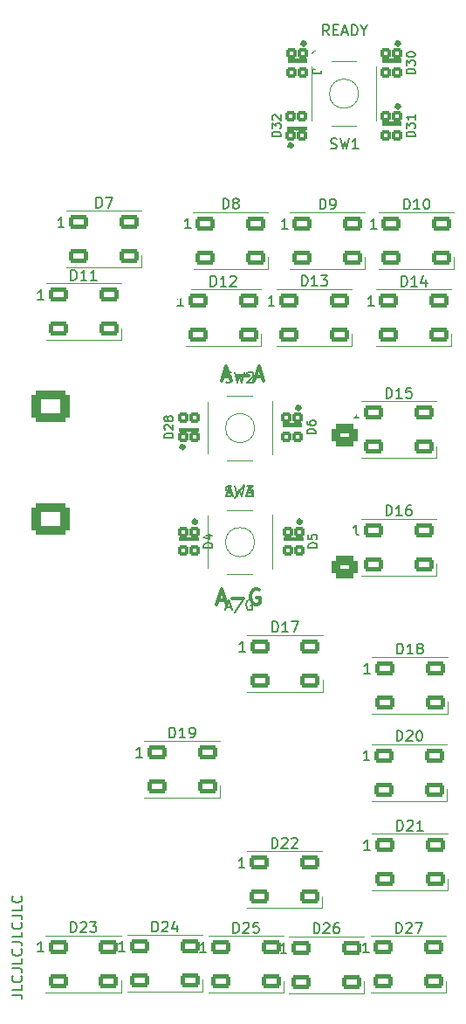
<source format=gbr>
%TF.GenerationSoftware,KiCad,Pcbnew,(6.0.9)*%
%TF.CreationDate,2023-04-01T14:47:23-08:00*%
%TF.ProjectId,MASTER ARM PANEL,4d415354-4552-4204-9152-4d2050414e45,3*%
%TF.SameCoordinates,Original*%
%TF.FileFunction,Legend,Top*%
%TF.FilePolarity,Positive*%
%FSLAX46Y46*%
G04 Gerber Fmt 4.6, Leading zero omitted, Abs format (unit mm)*
G04 Created by KiCad (PCBNEW (6.0.9)) date 2023-04-01 14:47:23*
%MOMM*%
%LPD*%
G01*
G04 APERTURE LIST*
G04 Aperture macros list*
%AMRoundRect*
0 Rectangle with rounded corners*
0 $1 Rounding radius*
0 $2 $3 $4 $5 $6 $7 $8 $9 X,Y pos of 4 corners*
0 Add a 4 corners polygon primitive as box body*
4,1,4,$2,$3,$4,$5,$6,$7,$8,$9,$2,$3,0*
0 Add four circle primitives for the rounded corners*
1,1,$1+$1,$2,$3*
1,1,$1+$1,$4,$5*
1,1,$1+$1,$6,$7*
1,1,$1+$1,$8,$9*
0 Add four rect primitives between the rounded corners*
20,1,$1+$1,$2,$3,$4,$5,0*
20,1,$1+$1,$4,$5,$6,$7,0*
20,1,$1+$1,$6,$7,$8,$9,0*
20,1,$1+$1,$8,$9,$2,$3,0*%
G04 Aperture macros list end*
%ADD10C,0.300000*%
%ADD11C,0.150000*%
%ADD12C,0.120000*%
%ADD13C,0.500000*%
%ADD14C,0.100000*%
%ADD15C,2.100000*%
%ADD16RoundRect,0.200000X-0.750000X-0.450000X0.750000X-0.450000X0.750000X0.450000X-0.750000X0.450000X0*%
%ADD17RoundRect,0.200000X0.350000X-0.350000X0.350000X0.350000X-0.350000X0.350000X-0.350000X-0.350000X0*%
%ADD18RoundRect,0.200000X-0.350000X0.350000X-0.350000X-0.350000X0.350000X-0.350000X0.350000X0.350000X0*%
%ADD19C,4.700000*%
%ADD20RoundRect,0.450001X-1.399999X1.099999X-1.399999X-1.099999X1.399999X-1.099999X1.399999X1.099999X0*%
%ADD21O,3.700000X3.100000*%
%ADD22RoundRect,0.450000X0.845000X-0.620000X0.845000X0.620000X-0.845000X0.620000X-0.845000X-0.620000X0*%
%ADD23O,2.590000X2.140000*%
G04 APERTURE END LIST*
D10*
X74312685Y-6222100D02*
X75026971Y-6222100D01*
X74169828Y-6650671D02*
X74669828Y-5150671D01*
X75169828Y-6650671D01*
X75669828Y-6079242D02*
X76812685Y-6079242D01*
X78312685Y-5222100D02*
X78169828Y-5150671D01*
X77955542Y-5150671D01*
X77741257Y-5222100D01*
X77598400Y-5364957D01*
X77526971Y-5507814D01*
X77455542Y-5793528D01*
X77455542Y-6007814D01*
X77526971Y-6293528D01*
X77598400Y-6436385D01*
X77741257Y-6579242D01*
X77955542Y-6650671D01*
X78098400Y-6650671D01*
X78312685Y-6579242D01*
X78384114Y-6507814D01*
X78384114Y-6007814D01*
X78098400Y-6007814D01*
X74772628Y15396000D02*
X75486914Y15396000D01*
X74629771Y14967429D02*
X75129771Y16467429D01*
X75629771Y14967429D01*
X76129771Y15538858D02*
X77272628Y15538858D01*
X77915485Y15396000D02*
X78629771Y15396000D01*
X77772628Y14967429D02*
X78272628Y16467429D01*
X78772628Y14967429D01*
D11*
X54316380Y-44497047D02*
X55030666Y-44497047D01*
X55173523Y-44544666D01*
X55268761Y-44639904D01*
X55316380Y-44782761D01*
X55316380Y-44878000D01*
X55316380Y-43544666D02*
X55316380Y-44020857D01*
X54316380Y-44020857D01*
X55221142Y-42639904D02*
X55268761Y-42687523D01*
X55316380Y-42830380D01*
X55316380Y-42925619D01*
X55268761Y-43068476D01*
X55173523Y-43163714D01*
X55078285Y-43211333D01*
X54887809Y-43258952D01*
X54744952Y-43258952D01*
X54554476Y-43211333D01*
X54459238Y-43163714D01*
X54364000Y-43068476D01*
X54316380Y-42925619D01*
X54316380Y-42830380D01*
X54364000Y-42687523D01*
X54411619Y-42639904D01*
X54316380Y-41925619D02*
X55030666Y-41925619D01*
X55173523Y-41973238D01*
X55268761Y-42068476D01*
X55316380Y-42211333D01*
X55316380Y-42306571D01*
X55316380Y-40973238D02*
X55316380Y-41449428D01*
X54316380Y-41449428D01*
X55221142Y-40068476D02*
X55268761Y-40116095D01*
X55316380Y-40258952D01*
X55316380Y-40354190D01*
X55268761Y-40497047D01*
X55173523Y-40592285D01*
X55078285Y-40639904D01*
X54887809Y-40687523D01*
X54744952Y-40687523D01*
X54554476Y-40639904D01*
X54459238Y-40592285D01*
X54364000Y-40497047D01*
X54316380Y-40354190D01*
X54316380Y-40258952D01*
X54364000Y-40116095D01*
X54411619Y-40068476D01*
X54316380Y-39354190D02*
X55030666Y-39354190D01*
X55173523Y-39401809D01*
X55268761Y-39497047D01*
X55316380Y-39639904D01*
X55316380Y-39735142D01*
X55316380Y-38401809D02*
X55316380Y-38878000D01*
X54316380Y-38878000D01*
X55221142Y-37497047D02*
X55268761Y-37544666D01*
X55316380Y-37687523D01*
X55316380Y-37782761D01*
X55268761Y-37925619D01*
X55173523Y-38020857D01*
X55078285Y-38068476D01*
X54887809Y-38116095D01*
X54744952Y-38116095D01*
X54554476Y-38068476D01*
X54459238Y-38020857D01*
X54364000Y-37925619D01*
X54316380Y-37782761D01*
X54316380Y-37687523D01*
X54364000Y-37544666D01*
X54411619Y-37497047D01*
X54316380Y-36782761D02*
X55030666Y-36782761D01*
X55173523Y-36830380D01*
X55268761Y-36925619D01*
X55316380Y-37068476D01*
X55316380Y-37163714D01*
X55316380Y-35830380D02*
X55316380Y-36306571D01*
X54316380Y-36306571D01*
X55221142Y-34925619D02*
X55268761Y-34973238D01*
X55316380Y-35116095D01*
X55316380Y-35211333D01*
X55268761Y-35354190D01*
X55173523Y-35449428D01*
X55078285Y-35497047D01*
X54887809Y-35544666D01*
X54744952Y-35544666D01*
X54554476Y-35497047D01*
X54459238Y-35449428D01*
X54364000Y-35354190D01*
X54316380Y-35211333D01*
X54316380Y-35116095D01*
X54364000Y-34973238D01*
X54411619Y-34925619D01*
%TO.C,SW2*%
X75069866Y14911439D02*
X75212723Y14863820D01*
X75450819Y14863820D01*
X75546057Y14911439D01*
X75593676Y14959058D01*
X75641295Y15054296D01*
X75641295Y15149534D01*
X75593676Y15244772D01*
X75546057Y15292391D01*
X75450819Y15340010D01*
X75260342Y15387629D01*
X75165104Y15435248D01*
X75117485Y15482867D01*
X75069866Y15578105D01*
X75069866Y15673343D01*
X75117485Y15768581D01*
X75165104Y15816200D01*
X75260342Y15863820D01*
X75498438Y15863820D01*
X75641295Y15816200D01*
X75974628Y15863820D02*
X76212723Y14863820D01*
X76403200Y15578105D01*
X76593676Y14863820D01*
X76831771Y15863820D01*
X77165104Y15768581D02*
X77212723Y15816200D01*
X77307961Y15863820D01*
X77546057Y15863820D01*
X77641295Y15816200D01*
X77688914Y15768581D01*
X77736533Y15673343D01*
X77736533Y15578105D01*
X77688914Y15435248D01*
X77117485Y14863820D01*
X77736533Y14863820D01*
X75210923Y4135734D02*
X75687114Y4135734D01*
X75115685Y3850020D02*
X75449019Y4850020D01*
X75782352Y3850020D01*
X76829971Y4897639D02*
X75972828Y3611924D01*
X77115685Y4135734D02*
X77591876Y4135734D01*
X77020447Y3850020D02*
X77353780Y4850020D01*
X77687114Y3850020D01*
%TO.C,SW3*%
X75069866Y3862439D02*
X75212723Y3814820D01*
X75450819Y3814820D01*
X75546057Y3862439D01*
X75593676Y3910058D01*
X75641295Y4005296D01*
X75641295Y4100534D01*
X75593676Y4195772D01*
X75546057Y4243391D01*
X75450819Y4291010D01*
X75260342Y4338629D01*
X75165104Y4386248D01*
X75117485Y4433867D01*
X75069866Y4529105D01*
X75069866Y4624343D01*
X75117485Y4719581D01*
X75165104Y4767200D01*
X75260342Y4814820D01*
X75498438Y4814820D01*
X75641295Y4767200D01*
X75974628Y4814820D02*
X76212723Y3814820D01*
X76403200Y4529105D01*
X76593676Y3814820D01*
X76831771Y4814820D01*
X77117485Y4814820D02*
X77736533Y4814820D01*
X77403200Y4433867D01*
X77546057Y4433867D01*
X77641295Y4386248D01*
X77688914Y4338629D01*
X77736533Y4243391D01*
X77736533Y4005296D01*
X77688914Y3910058D01*
X77641295Y3862439D01*
X77546057Y3814820D01*
X77260342Y3814820D01*
X77165104Y3862439D01*
X77117485Y3910058D01*
X75139495Y-6913266D02*
X75615685Y-6913266D01*
X75044257Y-7198980D02*
X75377590Y-6198980D01*
X75710923Y-7198980D01*
X76758542Y-6151361D02*
X75901400Y-7437076D01*
X77615685Y-6246600D02*
X77520447Y-6198980D01*
X77377590Y-6198980D01*
X77234733Y-6246600D01*
X77139495Y-6341838D01*
X77091876Y-6437076D01*
X77044257Y-6627552D01*
X77044257Y-6770409D01*
X77091876Y-6960885D01*
X77139495Y-7056123D01*
X77234733Y-7151361D01*
X77377590Y-7198980D01*
X77472828Y-7198980D01*
X77615685Y-7151361D01*
X77663304Y-7103742D01*
X77663304Y-6770409D01*
X77472828Y-6770409D01*
%TO.C,SW1*%
X85255266Y37542839D02*
X85398123Y37495220D01*
X85636219Y37495220D01*
X85731457Y37542839D01*
X85779076Y37590458D01*
X85826695Y37685696D01*
X85826695Y37780934D01*
X85779076Y37876172D01*
X85731457Y37923791D01*
X85636219Y37971410D01*
X85445742Y38019029D01*
X85350504Y38066648D01*
X85302885Y38114267D01*
X85255266Y38209505D01*
X85255266Y38304743D01*
X85302885Y38399981D01*
X85350504Y38447600D01*
X85445742Y38495220D01*
X85683838Y38495220D01*
X85826695Y38447600D01*
X86160028Y38495220D02*
X86398123Y37495220D01*
X86588600Y38209505D01*
X86779076Y37495220D01*
X87017171Y38495220D01*
X87921933Y37495220D02*
X87350504Y37495220D01*
X87636219Y37495220D02*
X87636219Y38495220D01*
X87540980Y38352362D01*
X87445742Y38257124D01*
X87350504Y38209505D01*
X85090400Y48509020D02*
X84757066Y48985210D01*
X84518971Y48509020D02*
X84518971Y49509020D01*
X84899923Y49509020D01*
X84995161Y49461400D01*
X85042780Y49413781D01*
X85090400Y49318543D01*
X85090400Y49175686D01*
X85042780Y49080448D01*
X84995161Y49032829D01*
X84899923Y48985210D01*
X84518971Y48985210D01*
X85518971Y49032829D02*
X85852304Y49032829D01*
X85995161Y48509020D02*
X85518971Y48509020D01*
X85518971Y49509020D01*
X85995161Y49509020D01*
X86376114Y48794734D02*
X86852304Y48794734D01*
X86280876Y48509020D02*
X86614209Y49509020D01*
X86947542Y48509020D01*
X87280876Y48509020D02*
X87280876Y49509020D01*
X87518971Y49509020D01*
X87661828Y49461400D01*
X87757066Y49366162D01*
X87804685Y49270924D01*
X87852304Y49080448D01*
X87852304Y48937591D01*
X87804685Y48747115D01*
X87757066Y48651877D01*
X87661828Y48556639D01*
X87518971Y48509020D01*
X87280876Y48509020D01*
X88471352Y48985210D02*
X88471352Y48509020D01*
X88138019Y49509020D02*
X88471352Y48985210D01*
X88804685Y49509020D01*
%TO.C,D7*%
X62507424Y31800400D02*
X62507424Y32800400D01*
X62745520Y32800400D01*
X62888377Y32752780D01*
X62983615Y32657542D01*
X63031234Y32562304D01*
X63078853Y32371828D01*
X63078853Y32228971D01*
X63031234Y32038495D01*
X62983615Y31943257D01*
X62888377Y31848019D01*
X62745520Y31800400D01*
X62507424Y31800400D01*
X63412186Y32800400D02*
X64078853Y32800400D01*
X63650281Y31800400D01*
X59381234Y29900400D02*
X58809805Y29900400D01*
X59095520Y29900400D02*
X59095520Y30900400D01*
X59000281Y30757542D01*
X58905043Y30662304D01*
X58809805Y30614685D01*
%TO.C,D8*%
X74801424Y31673600D02*
X74801424Y32673600D01*
X75039520Y32673600D01*
X75182377Y32625980D01*
X75277615Y32530742D01*
X75325234Y32435504D01*
X75372853Y32245028D01*
X75372853Y32102171D01*
X75325234Y31911695D01*
X75277615Y31816457D01*
X75182377Y31721219D01*
X75039520Y31673600D01*
X74801424Y31673600D01*
X75944281Y32245028D02*
X75849043Y32292647D01*
X75801424Y32340266D01*
X75753805Y32435504D01*
X75753805Y32483123D01*
X75801424Y32578361D01*
X75849043Y32625980D01*
X75944281Y32673600D01*
X76134758Y32673600D01*
X76229996Y32625980D01*
X76277615Y32578361D01*
X76325234Y32483123D01*
X76325234Y32435504D01*
X76277615Y32340266D01*
X76229996Y32292647D01*
X76134758Y32245028D01*
X75944281Y32245028D01*
X75849043Y32197409D01*
X75801424Y32149790D01*
X75753805Y32054552D01*
X75753805Y31864076D01*
X75801424Y31768838D01*
X75849043Y31721219D01*
X75944281Y31673600D01*
X76134758Y31673600D01*
X76229996Y31721219D01*
X76277615Y31768838D01*
X76325234Y31864076D01*
X76325234Y32054552D01*
X76277615Y32149790D01*
X76229996Y32197409D01*
X76134758Y32245028D01*
X71675234Y29773600D02*
X71103805Y29773600D01*
X71389520Y29773600D02*
X71389520Y30773600D01*
X71294281Y30630742D01*
X71199043Y30535504D01*
X71103805Y30487885D01*
%TO.C,D9*%
X84199424Y31648000D02*
X84199424Y32648000D01*
X84437520Y32648000D01*
X84580377Y32600380D01*
X84675615Y32505142D01*
X84723234Y32409904D01*
X84770853Y32219428D01*
X84770853Y32076571D01*
X84723234Y31886095D01*
X84675615Y31790857D01*
X84580377Y31695619D01*
X84437520Y31648000D01*
X84199424Y31648000D01*
X85247043Y31648000D02*
X85437520Y31648000D01*
X85532758Y31695619D01*
X85580377Y31743238D01*
X85675615Y31886095D01*
X85723234Y32076571D01*
X85723234Y32457523D01*
X85675615Y32552761D01*
X85627996Y32600380D01*
X85532758Y32648000D01*
X85342281Y32648000D01*
X85247043Y32600380D01*
X85199424Y32552761D01*
X85151805Y32457523D01*
X85151805Y32219428D01*
X85199424Y32124190D01*
X85247043Y32076571D01*
X85342281Y32028952D01*
X85532758Y32028952D01*
X85627996Y32076571D01*
X85675615Y32124190D01*
X85723234Y32219428D01*
X81073234Y29748000D02*
X80501805Y29748000D01*
X80787520Y29748000D02*
X80787520Y30748000D01*
X80692281Y30605142D01*
X80597043Y30509904D01*
X80501805Y30462285D01*
%TO.C,D10*%
X92359234Y31648000D02*
X92359234Y32648000D01*
X92597329Y32648000D01*
X92740186Y32600380D01*
X92835424Y32505142D01*
X92883043Y32409904D01*
X92930662Y32219428D01*
X92930662Y32076571D01*
X92883043Y31886095D01*
X92835424Y31790857D01*
X92740186Y31695619D01*
X92597329Y31648000D01*
X92359234Y31648000D01*
X93883043Y31648000D02*
X93311615Y31648000D01*
X93597329Y31648000D02*
X93597329Y32648000D01*
X93502091Y32505142D01*
X93406853Y32409904D01*
X93311615Y32362285D01*
X94502091Y32648000D02*
X94597329Y32648000D01*
X94692567Y32600380D01*
X94740186Y32552761D01*
X94787805Y32457523D01*
X94835424Y32267047D01*
X94835424Y32028952D01*
X94787805Y31838476D01*
X94740186Y31743238D01*
X94692567Y31695619D01*
X94597329Y31648000D01*
X94502091Y31648000D01*
X94406853Y31695619D01*
X94359234Y31743238D01*
X94311615Y31838476D01*
X94263996Y32028952D01*
X94263996Y32267047D01*
X94311615Y32457523D01*
X94359234Y32552761D01*
X94406853Y32600380D01*
X94502091Y32648000D01*
X89709234Y29748000D02*
X89137805Y29748000D01*
X89423520Y29748000D02*
X89423520Y30748000D01*
X89328281Y30605142D01*
X89233043Y30509904D01*
X89137805Y30462285D01*
%TO.C,D11*%
X60062234Y24764800D02*
X60062234Y25764800D01*
X60300329Y25764800D01*
X60443186Y25717180D01*
X60538424Y25621942D01*
X60586043Y25526704D01*
X60633662Y25336228D01*
X60633662Y25193371D01*
X60586043Y25002895D01*
X60538424Y24907657D01*
X60443186Y24812419D01*
X60300329Y24764800D01*
X60062234Y24764800D01*
X61586043Y24764800D02*
X61014615Y24764800D01*
X61300329Y24764800D02*
X61300329Y25764800D01*
X61205091Y25621942D01*
X61109853Y25526704D01*
X61014615Y25479085D01*
X62538424Y24764800D02*
X61966996Y24764800D01*
X62252710Y24764800D02*
X62252710Y25764800D01*
X62157472Y25621942D01*
X62062234Y25526704D01*
X61966996Y25479085D01*
X57412234Y22864800D02*
X56840805Y22864800D01*
X57126520Y22864800D02*
X57126520Y23864800D01*
X57031281Y23721942D01*
X56936043Y23626704D01*
X56840805Y23579085D01*
%TO.C,D12*%
X73602234Y24180400D02*
X73602234Y25180400D01*
X73840329Y25180400D01*
X73983186Y25132780D01*
X74078424Y25037542D01*
X74126043Y24942304D01*
X74173662Y24751828D01*
X74173662Y24608971D01*
X74126043Y24418495D01*
X74078424Y24323257D01*
X73983186Y24228019D01*
X73840329Y24180400D01*
X73602234Y24180400D01*
X75126043Y24180400D02*
X74554615Y24180400D01*
X74840329Y24180400D02*
X74840329Y25180400D01*
X74745091Y25037542D01*
X74649853Y24942304D01*
X74554615Y24894685D01*
X75506996Y25085161D02*
X75554615Y25132780D01*
X75649853Y25180400D01*
X75887948Y25180400D01*
X75983186Y25132780D01*
X76030805Y25085161D01*
X76078424Y24989923D01*
X76078424Y24894685D01*
X76030805Y24751828D01*
X75459377Y24180400D01*
X76078424Y24180400D01*
X70952234Y22280400D02*
X70380805Y22280400D01*
X70666520Y22280400D02*
X70666520Y23280400D01*
X70571281Y23137542D01*
X70476043Y23042304D01*
X70380805Y22994685D01*
%TO.C,D13*%
X82441234Y24206000D02*
X82441234Y25206000D01*
X82679329Y25206000D01*
X82822186Y25158380D01*
X82917424Y25063142D01*
X82965043Y24967904D01*
X83012662Y24777428D01*
X83012662Y24634571D01*
X82965043Y24444095D01*
X82917424Y24348857D01*
X82822186Y24253619D01*
X82679329Y24206000D01*
X82441234Y24206000D01*
X83965043Y24206000D02*
X83393615Y24206000D01*
X83679329Y24206000D02*
X83679329Y25206000D01*
X83584091Y25063142D01*
X83488853Y24967904D01*
X83393615Y24920285D01*
X84298377Y25206000D02*
X84917424Y25206000D01*
X84584091Y24825047D01*
X84726948Y24825047D01*
X84822186Y24777428D01*
X84869805Y24729809D01*
X84917424Y24634571D01*
X84917424Y24396476D01*
X84869805Y24301238D01*
X84822186Y24253619D01*
X84726948Y24206000D01*
X84441234Y24206000D01*
X84345996Y24253619D01*
X84298377Y24301238D01*
X79791234Y22306000D02*
X79219805Y22306000D01*
X79505520Y22306000D02*
X79505520Y23306000D01*
X79410281Y23163142D01*
X79315043Y23067904D01*
X79219805Y23020285D01*
%TO.C,D14*%
X92105234Y24180400D02*
X92105234Y25180400D01*
X92343329Y25180400D01*
X92486186Y25132780D01*
X92581424Y25037542D01*
X92629043Y24942304D01*
X92676662Y24751828D01*
X92676662Y24608971D01*
X92629043Y24418495D01*
X92581424Y24323257D01*
X92486186Y24228019D01*
X92343329Y24180400D01*
X92105234Y24180400D01*
X93629043Y24180400D02*
X93057615Y24180400D01*
X93343329Y24180400D02*
X93343329Y25180400D01*
X93248091Y25037542D01*
X93152853Y24942304D01*
X93057615Y24894685D01*
X94486186Y24847066D02*
X94486186Y24180400D01*
X94248091Y25228019D02*
X94009996Y24513733D01*
X94629043Y24513733D01*
X89455234Y22280400D02*
X88883805Y22280400D01*
X89169520Y22280400D02*
X89169520Y23280400D01*
X89074281Y23137542D01*
X88979043Y23042304D01*
X88883805Y22994685D01*
%TO.C,D15*%
X90643234Y13334800D02*
X90643234Y14334800D01*
X90881329Y14334800D01*
X91024186Y14287180D01*
X91119424Y14191942D01*
X91167043Y14096704D01*
X91214662Y13906228D01*
X91214662Y13763371D01*
X91167043Y13572895D01*
X91119424Y13477657D01*
X91024186Y13382419D01*
X90881329Y13334800D01*
X90643234Y13334800D01*
X92167043Y13334800D02*
X91595615Y13334800D01*
X91881329Y13334800D02*
X91881329Y14334800D01*
X91786091Y14191942D01*
X91690853Y14096704D01*
X91595615Y14049085D01*
X93071805Y14334800D02*
X92595615Y14334800D01*
X92547996Y13858609D01*
X92595615Y13906228D01*
X92690853Y13953847D01*
X92928948Y13953847D01*
X93024186Y13906228D01*
X93071805Y13858609D01*
X93119424Y13763371D01*
X93119424Y13525276D01*
X93071805Y13430038D01*
X93024186Y13382419D01*
X92928948Y13334800D01*
X92690853Y13334800D01*
X92595615Y13382419D01*
X92547996Y13430038D01*
X87993234Y11434800D02*
X87421805Y11434800D01*
X87707520Y11434800D02*
X87707520Y12434800D01*
X87612281Y12291942D01*
X87517043Y12196704D01*
X87421805Y12149085D01*
%TO.C,D16*%
X90643234Y1956100D02*
X90643234Y2956100D01*
X90881329Y2956100D01*
X91024186Y2908480D01*
X91119424Y2813242D01*
X91167043Y2718004D01*
X91214662Y2527528D01*
X91214662Y2384671D01*
X91167043Y2194195D01*
X91119424Y2098957D01*
X91024186Y2003719D01*
X90881329Y1956100D01*
X90643234Y1956100D01*
X92167043Y1956100D02*
X91595615Y1956100D01*
X91881329Y1956100D02*
X91881329Y2956100D01*
X91786091Y2813242D01*
X91690853Y2718004D01*
X91595615Y2670385D01*
X93024186Y2956100D02*
X92833710Y2956100D01*
X92738472Y2908480D01*
X92690853Y2860861D01*
X92595615Y2718004D01*
X92547996Y2527528D01*
X92547996Y2146576D01*
X92595615Y2051338D01*
X92643234Y2003719D01*
X92738472Y1956100D01*
X92928948Y1956100D01*
X93024186Y2003719D01*
X93071805Y2051338D01*
X93119424Y2146576D01*
X93119424Y2384671D01*
X93071805Y2479909D01*
X93024186Y2527528D01*
X92928948Y2575147D01*
X92738472Y2575147D01*
X92643234Y2527528D01*
X92595615Y2479909D01*
X92547996Y2384671D01*
X87993234Y56100D02*
X87421805Y56100D01*
X87707520Y56100D02*
X87707520Y1056100D01*
X87612281Y913242D01*
X87517043Y818004D01*
X87421805Y770385D01*
%TO.C,D17*%
X79597234Y-9321900D02*
X79597234Y-8321900D01*
X79835329Y-8321900D01*
X79978186Y-8369520D01*
X80073424Y-8464758D01*
X80121043Y-8559996D01*
X80168662Y-8750472D01*
X80168662Y-8893329D01*
X80121043Y-9083805D01*
X80073424Y-9179043D01*
X79978186Y-9274281D01*
X79835329Y-9321900D01*
X79597234Y-9321900D01*
X81121043Y-9321900D02*
X80549615Y-9321900D01*
X80835329Y-9321900D02*
X80835329Y-8321900D01*
X80740091Y-8464758D01*
X80644853Y-8559996D01*
X80549615Y-8607615D01*
X81454377Y-8321900D02*
X82121043Y-8321900D01*
X81692472Y-9321900D01*
X76947234Y-11221900D02*
X76375805Y-11221900D01*
X76661520Y-11221900D02*
X76661520Y-10221900D01*
X76566281Y-10364758D01*
X76471043Y-10459996D01*
X76375805Y-10507615D01*
%TO.C,D18*%
X91710234Y-11455900D02*
X91710234Y-10455900D01*
X91948329Y-10455900D01*
X92091186Y-10503520D01*
X92186424Y-10598758D01*
X92234043Y-10693996D01*
X92281662Y-10884472D01*
X92281662Y-11027329D01*
X92234043Y-11217805D01*
X92186424Y-11313043D01*
X92091186Y-11408281D01*
X91948329Y-11455900D01*
X91710234Y-11455900D01*
X93234043Y-11455900D02*
X92662615Y-11455900D01*
X92948329Y-11455900D02*
X92948329Y-10455900D01*
X92853091Y-10598758D01*
X92757853Y-10693996D01*
X92662615Y-10741615D01*
X93805472Y-10884472D02*
X93710234Y-10836853D01*
X93662615Y-10789234D01*
X93614996Y-10693996D01*
X93614996Y-10646377D01*
X93662615Y-10551139D01*
X93710234Y-10503520D01*
X93805472Y-10455900D01*
X93995948Y-10455900D01*
X94091186Y-10503520D01*
X94138805Y-10551139D01*
X94186424Y-10646377D01*
X94186424Y-10693996D01*
X94138805Y-10789234D01*
X94091186Y-10836853D01*
X93995948Y-10884472D01*
X93805472Y-10884472D01*
X93710234Y-10932091D01*
X93662615Y-10979710D01*
X93614996Y-11074948D01*
X93614996Y-11265424D01*
X93662615Y-11360662D01*
X93710234Y-11408281D01*
X93805472Y-11455900D01*
X93995948Y-11455900D01*
X94091186Y-11408281D01*
X94138805Y-11360662D01*
X94186424Y-11265424D01*
X94186424Y-11074948D01*
X94138805Y-10979710D01*
X94091186Y-10932091D01*
X93995948Y-10884472D01*
X89060234Y-13355900D02*
X88488805Y-13355900D01*
X88774520Y-13355900D02*
X88774520Y-12355900D01*
X88679281Y-12498758D01*
X88584043Y-12593996D01*
X88488805Y-12641615D01*
%TO.C,D19*%
X69612234Y-19583900D02*
X69612234Y-18583900D01*
X69850329Y-18583900D01*
X69993186Y-18631520D01*
X70088424Y-18726758D01*
X70136043Y-18821996D01*
X70183662Y-19012472D01*
X70183662Y-19155329D01*
X70136043Y-19345805D01*
X70088424Y-19441043D01*
X69993186Y-19536281D01*
X69850329Y-19583900D01*
X69612234Y-19583900D01*
X71136043Y-19583900D02*
X70564615Y-19583900D01*
X70850329Y-19583900D02*
X70850329Y-18583900D01*
X70755091Y-18726758D01*
X70659853Y-18821996D01*
X70564615Y-18869615D01*
X71612234Y-19583900D02*
X71802710Y-19583900D01*
X71897948Y-19536281D01*
X71945567Y-19488662D01*
X72040805Y-19345805D01*
X72088424Y-19155329D01*
X72088424Y-18774377D01*
X72040805Y-18679139D01*
X71993186Y-18631520D01*
X71897948Y-18583900D01*
X71707472Y-18583900D01*
X71612234Y-18631520D01*
X71564615Y-18679139D01*
X71516996Y-18774377D01*
X71516996Y-19012472D01*
X71564615Y-19107710D01*
X71612234Y-19155329D01*
X71707472Y-19202948D01*
X71897948Y-19202948D01*
X71993186Y-19155329D01*
X72040805Y-19107710D01*
X72088424Y-19012472D01*
X66962234Y-21483900D02*
X66390805Y-21483900D01*
X66676520Y-21483900D02*
X66676520Y-20483900D01*
X66581281Y-20626758D01*
X66486043Y-20721996D01*
X66390805Y-20769615D01*
%TO.C,D20*%
X91659234Y-19887900D02*
X91659234Y-18887900D01*
X91897329Y-18887900D01*
X92040186Y-18935520D01*
X92135424Y-19030758D01*
X92183043Y-19125996D01*
X92230662Y-19316472D01*
X92230662Y-19459329D01*
X92183043Y-19649805D01*
X92135424Y-19745043D01*
X92040186Y-19840281D01*
X91897329Y-19887900D01*
X91659234Y-19887900D01*
X92611615Y-18983139D02*
X92659234Y-18935520D01*
X92754472Y-18887900D01*
X92992567Y-18887900D01*
X93087805Y-18935520D01*
X93135424Y-18983139D01*
X93183043Y-19078377D01*
X93183043Y-19173615D01*
X93135424Y-19316472D01*
X92563996Y-19887900D01*
X93183043Y-19887900D01*
X93802091Y-18887900D02*
X93897329Y-18887900D01*
X93992567Y-18935520D01*
X94040186Y-18983139D01*
X94087805Y-19078377D01*
X94135424Y-19268853D01*
X94135424Y-19506948D01*
X94087805Y-19697424D01*
X94040186Y-19792662D01*
X93992567Y-19840281D01*
X93897329Y-19887900D01*
X93802091Y-19887900D01*
X93706853Y-19840281D01*
X93659234Y-19792662D01*
X93611615Y-19697424D01*
X93563996Y-19506948D01*
X93563996Y-19268853D01*
X93611615Y-19078377D01*
X93659234Y-18983139D01*
X93706853Y-18935520D01*
X93802091Y-18887900D01*
X89009234Y-21787900D02*
X88437805Y-21787900D01*
X88723520Y-21787900D02*
X88723520Y-20787900D01*
X88628281Y-20930758D01*
X88533043Y-21025996D01*
X88437805Y-21073615D01*
%TO.C,D21*%
X91710234Y-28574900D02*
X91710234Y-27574900D01*
X91948329Y-27574900D01*
X92091186Y-27622520D01*
X92186424Y-27717758D01*
X92234043Y-27812996D01*
X92281662Y-28003472D01*
X92281662Y-28146329D01*
X92234043Y-28336805D01*
X92186424Y-28432043D01*
X92091186Y-28527281D01*
X91948329Y-28574900D01*
X91710234Y-28574900D01*
X92662615Y-27670139D02*
X92710234Y-27622520D01*
X92805472Y-27574900D01*
X93043567Y-27574900D01*
X93138805Y-27622520D01*
X93186424Y-27670139D01*
X93234043Y-27765377D01*
X93234043Y-27860615D01*
X93186424Y-28003472D01*
X92614996Y-28574900D01*
X93234043Y-28574900D01*
X94186424Y-28574900D02*
X93614996Y-28574900D01*
X93900710Y-28574900D02*
X93900710Y-27574900D01*
X93805472Y-27717758D01*
X93710234Y-27812996D01*
X93614996Y-27860615D01*
X89060234Y-30474900D02*
X88488805Y-30474900D01*
X88774520Y-30474900D02*
X88774520Y-29474900D01*
X88679281Y-29617758D01*
X88584043Y-29712996D01*
X88488805Y-29760615D01*
%TO.C,D22*%
X79557234Y-30276900D02*
X79557234Y-29276900D01*
X79795329Y-29276900D01*
X79938186Y-29324520D01*
X80033424Y-29419758D01*
X80081043Y-29514996D01*
X80128662Y-29705472D01*
X80128662Y-29848329D01*
X80081043Y-30038805D01*
X80033424Y-30134043D01*
X79938186Y-30229281D01*
X79795329Y-30276900D01*
X79557234Y-30276900D01*
X80509615Y-29372139D02*
X80557234Y-29324520D01*
X80652472Y-29276900D01*
X80890567Y-29276900D01*
X80985805Y-29324520D01*
X81033424Y-29372139D01*
X81081043Y-29467377D01*
X81081043Y-29562615D01*
X81033424Y-29705472D01*
X80461996Y-30276900D01*
X81081043Y-30276900D01*
X81461996Y-29372139D02*
X81509615Y-29324520D01*
X81604853Y-29276900D01*
X81842948Y-29276900D01*
X81938186Y-29324520D01*
X81985805Y-29372139D01*
X82033424Y-29467377D01*
X82033424Y-29562615D01*
X81985805Y-29705472D01*
X81414377Y-30276900D01*
X82033424Y-30276900D01*
X76907234Y-32176900D02*
X76335805Y-32176900D01*
X76621520Y-32176900D02*
X76621520Y-31176900D01*
X76526281Y-31319758D01*
X76431043Y-31414996D01*
X76335805Y-31462615D01*
%TO.C,D23*%
X60039234Y-38429900D02*
X60039234Y-37429900D01*
X60277329Y-37429900D01*
X60420186Y-37477520D01*
X60515424Y-37572758D01*
X60563043Y-37667996D01*
X60610662Y-37858472D01*
X60610662Y-38001329D01*
X60563043Y-38191805D01*
X60515424Y-38287043D01*
X60420186Y-38382281D01*
X60277329Y-38429900D01*
X60039234Y-38429900D01*
X60991615Y-37525139D02*
X61039234Y-37477520D01*
X61134472Y-37429900D01*
X61372567Y-37429900D01*
X61467805Y-37477520D01*
X61515424Y-37525139D01*
X61563043Y-37620377D01*
X61563043Y-37715615D01*
X61515424Y-37858472D01*
X60943996Y-38429900D01*
X61563043Y-38429900D01*
X61896377Y-37429900D02*
X62515424Y-37429900D01*
X62182091Y-37810853D01*
X62324948Y-37810853D01*
X62420186Y-37858472D01*
X62467805Y-37906091D01*
X62515424Y-38001329D01*
X62515424Y-38239424D01*
X62467805Y-38334662D01*
X62420186Y-38382281D01*
X62324948Y-38429900D01*
X62039234Y-38429900D01*
X61943996Y-38382281D01*
X61896377Y-38334662D01*
X57389234Y-40329900D02*
X56817805Y-40329900D01*
X57103520Y-40329900D02*
X57103520Y-39329900D01*
X57008281Y-39472758D01*
X56913043Y-39567996D01*
X56817805Y-39615615D01*
%TO.C,D24*%
X67936234Y-38379900D02*
X67936234Y-37379900D01*
X68174329Y-37379900D01*
X68317186Y-37427520D01*
X68412424Y-37522758D01*
X68460043Y-37617996D01*
X68507662Y-37808472D01*
X68507662Y-37951329D01*
X68460043Y-38141805D01*
X68412424Y-38237043D01*
X68317186Y-38332281D01*
X68174329Y-38379900D01*
X67936234Y-38379900D01*
X68888615Y-37475139D02*
X68936234Y-37427520D01*
X69031472Y-37379900D01*
X69269567Y-37379900D01*
X69364805Y-37427520D01*
X69412424Y-37475139D01*
X69460043Y-37570377D01*
X69460043Y-37665615D01*
X69412424Y-37808472D01*
X68840996Y-38379900D01*
X69460043Y-38379900D01*
X70317186Y-37713234D02*
X70317186Y-38379900D01*
X70079091Y-37332281D02*
X69840996Y-38046567D01*
X70460043Y-38046567D01*
X65286234Y-40279900D02*
X64714805Y-40279900D01*
X65000520Y-40279900D02*
X65000520Y-39279900D01*
X64905281Y-39422758D01*
X64810043Y-39517996D01*
X64714805Y-39565615D01*
%TO.C,D25*%
X75810234Y-38480900D02*
X75810234Y-37480900D01*
X76048329Y-37480900D01*
X76191186Y-37528520D01*
X76286424Y-37623758D01*
X76334043Y-37718996D01*
X76381662Y-37909472D01*
X76381662Y-38052329D01*
X76334043Y-38242805D01*
X76286424Y-38338043D01*
X76191186Y-38433281D01*
X76048329Y-38480900D01*
X75810234Y-38480900D01*
X76762615Y-37576139D02*
X76810234Y-37528520D01*
X76905472Y-37480900D01*
X77143567Y-37480900D01*
X77238805Y-37528520D01*
X77286424Y-37576139D01*
X77334043Y-37671377D01*
X77334043Y-37766615D01*
X77286424Y-37909472D01*
X76714996Y-38480900D01*
X77334043Y-38480900D01*
X78238805Y-37480900D02*
X77762615Y-37480900D01*
X77714996Y-37957091D01*
X77762615Y-37909472D01*
X77857853Y-37861853D01*
X78095948Y-37861853D01*
X78191186Y-37909472D01*
X78238805Y-37957091D01*
X78286424Y-38052329D01*
X78286424Y-38290424D01*
X78238805Y-38385662D01*
X78191186Y-38433281D01*
X78095948Y-38480900D01*
X77857853Y-38480900D01*
X77762615Y-38433281D01*
X77714996Y-38385662D01*
X73160234Y-40380900D02*
X72588805Y-40380900D01*
X72874520Y-40380900D02*
X72874520Y-39380900D01*
X72779281Y-39523758D01*
X72684043Y-39618996D01*
X72588805Y-39666615D01*
%TO.C,D26*%
X83610234Y-38531900D02*
X83610234Y-37531900D01*
X83848329Y-37531900D01*
X83991186Y-37579520D01*
X84086424Y-37674758D01*
X84134043Y-37769996D01*
X84181662Y-37960472D01*
X84181662Y-38103329D01*
X84134043Y-38293805D01*
X84086424Y-38389043D01*
X83991186Y-38484281D01*
X83848329Y-38531900D01*
X83610234Y-38531900D01*
X84562615Y-37627139D02*
X84610234Y-37579520D01*
X84705472Y-37531900D01*
X84943567Y-37531900D01*
X85038805Y-37579520D01*
X85086424Y-37627139D01*
X85134043Y-37722377D01*
X85134043Y-37817615D01*
X85086424Y-37960472D01*
X84514996Y-38531900D01*
X85134043Y-38531900D01*
X85991186Y-37531900D02*
X85800710Y-37531900D01*
X85705472Y-37579520D01*
X85657853Y-37627139D01*
X85562615Y-37769996D01*
X85514996Y-37960472D01*
X85514996Y-38341424D01*
X85562615Y-38436662D01*
X85610234Y-38484281D01*
X85705472Y-38531900D01*
X85895948Y-38531900D01*
X85991186Y-38484281D01*
X86038805Y-38436662D01*
X86086424Y-38341424D01*
X86086424Y-38103329D01*
X86038805Y-38008091D01*
X85991186Y-37960472D01*
X85895948Y-37912853D01*
X85705472Y-37912853D01*
X85610234Y-37960472D01*
X85562615Y-38008091D01*
X85514996Y-38103329D01*
X80960234Y-40431900D02*
X80388805Y-40431900D01*
X80674520Y-40431900D02*
X80674520Y-39431900D01*
X80579281Y-39574758D01*
X80484043Y-39669996D01*
X80388805Y-39717615D01*
%TO.C,D27*%
X91597234Y-38506900D02*
X91597234Y-37506900D01*
X91835329Y-37506900D01*
X91978186Y-37554520D01*
X92073424Y-37649758D01*
X92121043Y-37744996D01*
X92168662Y-37935472D01*
X92168662Y-38078329D01*
X92121043Y-38268805D01*
X92073424Y-38364043D01*
X91978186Y-38459281D01*
X91835329Y-38506900D01*
X91597234Y-38506900D01*
X92549615Y-37602139D02*
X92597234Y-37554520D01*
X92692472Y-37506900D01*
X92930567Y-37506900D01*
X93025805Y-37554520D01*
X93073424Y-37602139D01*
X93121043Y-37697377D01*
X93121043Y-37792615D01*
X93073424Y-37935472D01*
X92501996Y-38506900D01*
X93121043Y-38506900D01*
X93454377Y-37506900D02*
X94121043Y-37506900D01*
X93692472Y-38506900D01*
X88947234Y-40406900D02*
X88375805Y-40406900D01*
X88661520Y-40406900D02*
X88661520Y-39406900D01*
X88566281Y-39549758D01*
X88471043Y-39644996D01*
X88375805Y-39692615D01*
%TO.C,D4*%
X73752423Y-1173480D02*
X72902423Y-1173480D01*
X72902423Y-971100D01*
X72942900Y-849671D01*
X73023852Y-768719D01*
X73104804Y-728242D01*
X73266709Y-687766D01*
X73388138Y-687766D01*
X73550042Y-728242D01*
X73630995Y-768719D01*
X73711947Y-849671D01*
X73752423Y-971100D01*
X73752423Y-1173480D01*
X73185757Y40805D02*
X73752423Y40805D01*
X72861947Y-161576D02*
X73469090Y-363957D01*
X73469090Y162234D01*
%TO.C,D6*%
X83785423Y9875520D02*
X82935423Y9875520D01*
X82935423Y10077900D01*
X82975900Y10199329D01*
X83056852Y10280281D01*
X83137804Y10320758D01*
X83299709Y10361234D01*
X83421138Y10361234D01*
X83583042Y10320758D01*
X83663995Y10280281D01*
X83744947Y10199329D01*
X83785423Y10077900D01*
X83785423Y9875520D01*
X82935423Y11089805D02*
X82935423Y10927900D01*
X82975900Y10846948D01*
X83016376Y10806472D01*
X83137804Y10725520D01*
X83299709Y10685043D01*
X83623519Y10685043D01*
X83704471Y10725520D01*
X83744947Y10765996D01*
X83785423Y10846948D01*
X83785423Y11008853D01*
X83744947Y11089805D01*
X83704471Y11130281D01*
X83623519Y11170758D01*
X83421138Y11170758D01*
X83340185Y11130281D01*
X83299709Y11089805D01*
X83259233Y11008853D01*
X83259233Y10846948D01*
X83299709Y10765996D01*
X83340185Y10725520D01*
X83421138Y10685043D01*
%TO.C,D28*%
X69942423Y9470758D02*
X69092423Y9470758D01*
X69092423Y9673139D01*
X69132900Y9794567D01*
X69213852Y9875520D01*
X69294804Y9915996D01*
X69456709Y9956472D01*
X69578138Y9956472D01*
X69740042Y9915996D01*
X69820995Y9875520D01*
X69901947Y9794567D01*
X69942423Y9673139D01*
X69942423Y9470758D01*
X69173376Y10280281D02*
X69132900Y10320758D01*
X69092423Y10401710D01*
X69092423Y10604091D01*
X69132900Y10685043D01*
X69173376Y10725520D01*
X69254328Y10765996D01*
X69335280Y10765996D01*
X69456709Y10725520D01*
X69942423Y10239805D01*
X69942423Y10765996D01*
X69456709Y11251710D02*
X69416233Y11170758D01*
X69375757Y11130281D01*
X69294804Y11089805D01*
X69254328Y11089805D01*
X69173376Y11130281D01*
X69132900Y11170758D01*
X69092423Y11251710D01*
X69092423Y11413615D01*
X69132900Y11494567D01*
X69173376Y11535043D01*
X69254328Y11575520D01*
X69294804Y11575520D01*
X69375757Y11535043D01*
X69416233Y11494567D01*
X69456709Y11413615D01*
X69456709Y11251710D01*
X69497185Y11170758D01*
X69537661Y11130281D01*
X69618614Y11089805D01*
X69780519Y11089805D01*
X69861471Y11130281D01*
X69901947Y11170758D01*
X69942423Y11251710D01*
X69942423Y11413615D01*
X69901947Y11494567D01*
X69861471Y11535043D01*
X69780519Y11575520D01*
X69618614Y11575520D01*
X69537661Y11535043D01*
X69497185Y11494567D01*
X69456709Y11413615D01*
%TO.C,D29*%
X84293423Y44776758D02*
X83443423Y44776758D01*
X83443423Y44979139D01*
X83483900Y45100567D01*
X83564852Y45181520D01*
X83645804Y45221996D01*
X83807709Y45262472D01*
X83929138Y45262472D01*
X84091042Y45221996D01*
X84171995Y45181520D01*
X84252947Y45100567D01*
X84293423Y44979139D01*
X84293423Y44776758D01*
X83524376Y45586281D02*
X83483900Y45626758D01*
X83443423Y45707710D01*
X83443423Y45910091D01*
X83483900Y45991043D01*
X83524376Y46031520D01*
X83605328Y46071996D01*
X83686280Y46071996D01*
X83807709Y46031520D01*
X84293423Y45545805D01*
X84293423Y46071996D01*
X84293423Y46476758D02*
X84293423Y46638662D01*
X84252947Y46719615D01*
X84212471Y46760091D01*
X84091042Y46841043D01*
X83929138Y46881520D01*
X83605328Y46881520D01*
X83524376Y46841043D01*
X83483900Y46800567D01*
X83443423Y46719615D01*
X83443423Y46557710D01*
X83483900Y46476758D01*
X83524376Y46436281D01*
X83605328Y46395805D01*
X83807709Y46395805D01*
X83888661Y46436281D01*
X83929138Y46476758D01*
X83969614Y46557710D01*
X83969614Y46719615D01*
X83929138Y46800567D01*
X83888661Y46841043D01*
X83807709Y46881520D01*
%TO.C,D30*%
X93437423Y44776758D02*
X92587423Y44776758D01*
X92587423Y44979139D01*
X92627900Y45100567D01*
X92708852Y45181520D01*
X92789804Y45221996D01*
X92951709Y45262472D01*
X93073138Y45262472D01*
X93235042Y45221996D01*
X93315995Y45181520D01*
X93396947Y45100567D01*
X93437423Y44979139D01*
X93437423Y44776758D01*
X92587423Y45545805D02*
X92587423Y46071996D01*
X92911233Y45788662D01*
X92911233Y45910091D01*
X92951709Y45991043D01*
X92992185Y46031520D01*
X93073138Y46071996D01*
X93275519Y46071996D01*
X93356471Y46031520D01*
X93396947Y45991043D01*
X93437423Y45910091D01*
X93437423Y45667234D01*
X93396947Y45586281D01*
X93356471Y45545805D01*
X92587423Y46598186D02*
X92587423Y46679139D01*
X92627900Y46760091D01*
X92668376Y46800567D01*
X92749328Y46841043D01*
X92911233Y46881520D01*
X93113614Y46881520D01*
X93275519Y46841043D01*
X93356471Y46800567D01*
X93396947Y46760091D01*
X93437423Y46679139D01*
X93437423Y46598186D01*
X93396947Y46517234D01*
X93356471Y46476758D01*
X93275519Y46436281D01*
X93113614Y46395805D01*
X92911233Y46395805D01*
X92749328Y46436281D01*
X92668376Y46476758D01*
X92627900Y46517234D01*
X92587423Y46598186D01*
%TO.C,D31*%
X93437423Y38680758D02*
X92587423Y38680758D01*
X92587423Y38883139D01*
X92627900Y39004567D01*
X92708852Y39085520D01*
X92789804Y39125996D01*
X92951709Y39166472D01*
X93073138Y39166472D01*
X93235042Y39125996D01*
X93315995Y39085520D01*
X93396947Y39004567D01*
X93437423Y38883139D01*
X93437423Y38680758D01*
X92587423Y39449805D02*
X92587423Y39975996D01*
X92911233Y39692662D01*
X92911233Y39814091D01*
X92951709Y39895043D01*
X92992185Y39935520D01*
X93073138Y39975996D01*
X93275519Y39975996D01*
X93356471Y39935520D01*
X93396947Y39895043D01*
X93437423Y39814091D01*
X93437423Y39571234D01*
X93396947Y39490281D01*
X93356471Y39449805D01*
X93437423Y40785520D02*
X93437423Y40299805D01*
X93437423Y40542662D02*
X92587423Y40542662D01*
X92708852Y40461710D01*
X92789804Y40380758D01*
X92830280Y40299805D01*
%TO.C,D32*%
X80419923Y38680758D02*
X79569923Y38680758D01*
X79569923Y38883139D01*
X79610400Y39004567D01*
X79691352Y39085520D01*
X79772304Y39125996D01*
X79934209Y39166472D01*
X80055638Y39166472D01*
X80217542Y39125996D01*
X80298495Y39085520D01*
X80379447Y39004567D01*
X80419923Y38883139D01*
X80419923Y38680758D01*
X79569923Y39449805D02*
X79569923Y39975996D01*
X79893733Y39692662D01*
X79893733Y39814091D01*
X79934209Y39895043D01*
X79974685Y39935520D01*
X80055638Y39975996D01*
X80258019Y39975996D01*
X80338971Y39935520D01*
X80379447Y39895043D01*
X80419923Y39814091D01*
X80419923Y39571234D01*
X80379447Y39490281D01*
X80338971Y39449805D01*
X79650876Y40299805D02*
X79610400Y40340281D01*
X79569923Y40421234D01*
X79569923Y40623615D01*
X79610400Y40704567D01*
X79650876Y40745043D01*
X79731828Y40785520D01*
X79812780Y40785520D01*
X79934209Y40745043D01*
X80419923Y40259329D01*
X80419923Y40785520D01*
%TO.C,D5*%
X83912423Y-1173480D02*
X83062423Y-1173480D01*
X83062423Y-971100D01*
X83102900Y-849671D01*
X83183852Y-768719D01*
X83264804Y-728242D01*
X83426709Y-687766D01*
X83548138Y-687766D01*
X83710042Y-728242D01*
X83790995Y-768719D01*
X83871947Y-849671D01*
X83912423Y-971100D01*
X83912423Y-1173480D01*
X83062423Y81281D02*
X83062423Y-323480D01*
X83467185Y-363957D01*
X83426709Y-323480D01*
X83386233Y-242528D01*
X83386233Y-40147D01*
X83426709Y40805D01*
X83467185Y81281D01*
X83548138Y121758D01*
X83750519Y121758D01*
X83831471Y81281D01*
X83871947Y40805D01*
X83912423Y-40147D01*
X83912423Y-242528D01*
X83871947Y-323480D01*
X83831471Y-363957D01*
D12*
%TO.C,SW2*%
X75111900Y13547900D02*
X77791900Y13547900D01*
X77791900Y7307900D02*
X75111900Y7307900D01*
X79571900Y13397900D02*
X79571900Y7457900D01*
X73331900Y13397900D02*
X73331900Y7457900D01*
X77866114Y10427900D02*
G75*
G03*
X77866114Y10427900I-1414214J0D01*
G01*
%TO.C,SW3*%
X75111900Y2498900D02*
X77791900Y2498900D01*
X77791900Y-3741100D02*
X75111900Y-3741100D01*
X79571900Y2348900D02*
X79571900Y-3591100D01*
X73331900Y2348900D02*
X73331900Y-3591100D01*
X77866114Y-621100D02*
G75*
G03*
X77866114Y-621100I-1414214J0D01*
G01*
%TO.C,SW1*%
X87879900Y39715900D02*
X85199900Y39715900D01*
X85199900Y45955900D02*
X87879900Y45955900D01*
X83419900Y39865900D02*
X83419900Y45805900D01*
X89659900Y39865900D02*
X89659900Y45805900D01*
X87954114Y42835900D02*
G75*
G03*
X87954114Y42835900I-1414214J0D01*
G01*
%TO.C,D7*%
X59595520Y31502780D02*
X66895520Y31502780D01*
X59595520Y26002780D02*
X66895520Y26002780D01*
X66895520Y26002780D02*
X66895520Y27152780D01*
%TO.C,D8*%
X71889520Y31375980D02*
X79189520Y31375980D01*
X71889520Y25875980D02*
X79189520Y25875980D01*
X79189520Y25875980D02*
X79189520Y27025980D01*
%TO.C,D9*%
X81287520Y31350380D02*
X88587520Y31350380D01*
X81287520Y25850380D02*
X88587520Y25850380D01*
X88587520Y25850380D02*
X88587520Y27000380D01*
%TO.C,D10*%
X89923520Y31350380D02*
X97223520Y31350380D01*
X89923520Y25850380D02*
X97223520Y25850380D01*
X97223520Y25850380D02*
X97223520Y27000380D01*
%TO.C,D11*%
X57626520Y24467180D02*
X64926520Y24467180D01*
X57626520Y18967180D02*
X64926520Y18967180D01*
X64926520Y18967180D02*
X64926520Y20117180D01*
%TO.C,D12*%
X71166520Y23882780D02*
X78466520Y23882780D01*
X71166520Y18382780D02*
X78466520Y18382780D01*
X78466520Y18382780D02*
X78466520Y19532780D01*
%TO.C,D13*%
X80005520Y23908380D02*
X87305520Y23908380D01*
X80005520Y18408380D02*
X87305520Y18408380D01*
X87305520Y18408380D02*
X87305520Y19558380D01*
%TO.C,D14*%
X89669520Y23882780D02*
X96969520Y23882780D01*
X89669520Y18382780D02*
X96969520Y18382780D01*
X96969520Y18382780D02*
X96969520Y19532780D01*
%TO.C,D15*%
X88207520Y13037180D02*
X95507520Y13037180D01*
X88207520Y7537180D02*
X95507520Y7537180D01*
X95507520Y7537180D02*
X95507520Y8687180D01*
%TO.C,D16*%
X88207520Y1658480D02*
X95507520Y1658480D01*
X88207520Y-3841520D02*
X95507520Y-3841520D01*
X95507520Y-3841520D02*
X95507520Y-2691520D01*
%TO.C,D17*%
X77161520Y-9619520D02*
X84461520Y-9619520D01*
X77161520Y-15119520D02*
X84461520Y-15119520D01*
X84461520Y-15119520D02*
X84461520Y-13969520D01*
%TO.C,D18*%
X89274520Y-11753520D02*
X96574520Y-11753520D01*
X89274520Y-17253520D02*
X96574520Y-17253520D01*
X96574520Y-17253520D02*
X96574520Y-16103520D01*
%TO.C,D19*%
X67176520Y-19881520D02*
X74476520Y-19881520D01*
X67176520Y-25381520D02*
X74476520Y-25381520D01*
X74476520Y-25381520D02*
X74476520Y-24231520D01*
%TO.C,D20*%
X89223520Y-20185520D02*
X96523520Y-20185520D01*
X89223520Y-25685520D02*
X96523520Y-25685520D01*
X96523520Y-25685520D02*
X96523520Y-24535520D01*
%TO.C,D21*%
X89274520Y-28872520D02*
X96574520Y-28872520D01*
X89274520Y-34372520D02*
X96574520Y-34372520D01*
X96574520Y-34372520D02*
X96574520Y-33222520D01*
%TO.C,D22*%
X77121520Y-30574520D02*
X84421520Y-30574520D01*
X77121520Y-36074520D02*
X84421520Y-36074520D01*
X84421520Y-36074520D02*
X84421520Y-34924520D01*
%TO.C,D23*%
X57603520Y-38727520D02*
X64903520Y-38727520D01*
X57603520Y-44227520D02*
X64903520Y-44227520D01*
X64903520Y-44227520D02*
X64903520Y-43077520D01*
%TO.C,D24*%
X65500520Y-38677520D02*
X72800520Y-38677520D01*
X65500520Y-44177520D02*
X72800520Y-44177520D01*
X72800520Y-44177520D02*
X72800520Y-43027520D01*
%TO.C,D25*%
X73374520Y-38778520D02*
X80674520Y-38778520D01*
X73374520Y-44278520D02*
X80674520Y-44278520D01*
X80674520Y-44278520D02*
X80674520Y-43128520D01*
%TO.C,D26*%
X81174520Y-38829520D02*
X88474520Y-38829520D01*
X81174520Y-44329520D02*
X88474520Y-44329520D01*
X88474520Y-44329520D02*
X88474520Y-43179520D01*
%TO.C,D27*%
X89161520Y-38804520D02*
X96461520Y-38804520D01*
X89161520Y-44304520D02*
X96461520Y-44304520D01*
X96461520Y-44304520D02*
X96461520Y-43154520D01*
D13*
%TO.C,D4*%
X72162900Y1353900D02*
G75*
G03*
X72162900Y1353900I-100000J0D01*
G01*
G36*
X72362900Y-446100D02*
G01*
X70562900Y-446100D01*
X70562900Y-146100D01*
X72362900Y-146100D01*
X72362900Y-446100D01*
G37*
D14*
X72362900Y-446100D02*
X70562900Y-446100D01*
X70562900Y-146100D01*
X72362900Y-146100D01*
X72362900Y-446100D01*
D13*
%TO.C,D6*%
X82195900Y12402900D02*
G75*
G03*
X82195900Y12402900I-100000J0D01*
G01*
G36*
X82395900Y10602900D02*
G01*
X80595900Y10602900D01*
X80595900Y10902900D01*
X82395900Y10902900D01*
X82395900Y10602900D01*
G37*
D14*
X82395900Y10602900D02*
X80595900Y10602900D01*
X80595900Y10902900D01*
X82395900Y10902900D01*
X82395900Y10602900D01*
D13*
%TO.C,D28*%
X70962900Y8602900D02*
G75*
G03*
X70962900Y8602900I-100000J0D01*
G01*
G36*
X72362900Y10102900D02*
G01*
X70562900Y10102900D01*
X70562900Y10402900D01*
X72362900Y10402900D01*
X72362900Y10102900D01*
G37*
D14*
X72362900Y10102900D02*
X70562900Y10102900D01*
X70562900Y10402900D01*
X72362900Y10402900D01*
X72362900Y10102900D01*
D13*
%TO.C,D29*%
X82703900Y47708900D02*
G75*
G03*
X82703900Y47708900I-100000J0D01*
G01*
G36*
X82903900Y45908900D02*
G01*
X81103900Y45908900D01*
X81103900Y46208900D01*
X82903900Y46208900D01*
X82903900Y45908900D01*
G37*
D14*
X82903900Y45908900D02*
X81103900Y45908900D01*
X81103900Y46208900D01*
X82903900Y46208900D01*
X82903900Y45908900D01*
D13*
%TO.C,D30*%
X91847900Y47708900D02*
G75*
G03*
X91847900Y47708900I-100000J0D01*
G01*
G36*
X92047900Y45908900D02*
G01*
X90247900Y45908900D01*
X90247900Y46208900D01*
X92047900Y46208900D01*
X92047900Y45908900D01*
G37*
D14*
X92047900Y45908900D02*
X90247900Y45908900D01*
X90247900Y46208900D01*
X92047900Y46208900D01*
X92047900Y45908900D01*
D13*
%TO.C,D31*%
X91847900Y41612900D02*
G75*
G03*
X91847900Y41612900I-100000J0D01*
G01*
G36*
X92047900Y39812900D02*
G01*
X90247900Y39812900D01*
X90247900Y40112900D01*
X92047900Y40112900D01*
X92047900Y39812900D01*
G37*
D14*
X92047900Y39812900D02*
X90247900Y39812900D01*
X90247900Y40112900D01*
X92047900Y40112900D01*
X92047900Y39812900D01*
D13*
%TO.C,D32*%
X81440400Y37812900D02*
G75*
G03*
X81440400Y37812900I-100000J0D01*
G01*
G36*
X82840400Y39312900D02*
G01*
X81040400Y39312900D01*
X81040400Y39612900D01*
X82840400Y39612900D01*
X82840400Y39312900D01*
G37*
D14*
X82840400Y39312900D02*
X81040400Y39312900D01*
X81040400Y39612900D01*
X82840400Y39612900D01*
X82840400Y39312900D01*
D13*
%TO.C,D5*%
X82322900Y1353900D02*
G75*
G03*
X82322900Y1353900I-100000J0D01*
G01*
G36*
X82522900Y-446100D02*
G01*
X80722900Y-446100D01*
X80722900Y-146100D01*
X82522900Y-146100D01*
X82522900Y-446100D01*
G37*
D14*
X82522900Y-446100D02*
X80722900Y-446100D01*
X80722900Y-146100D01*
X82522900Y-146100D01*
X82522900Y-446100D01*
%TD*%
%LPC*%
D15*
%TO.C,SW2*%
X78701900Y13677900D03*
X78701900Y7177900D03*
X74201900Y13677900D03*
X74201900Y7177900D03*
%TD*%
%TO.C,SW3*%
X78701900Y2628900D03*
X78701900Y-3871100D03*
X74201900Y2628900D03*
X74201900Y-3871100D03*
%TD*%
%TO.C,SW1*%
X84289900Y39585900D03*
X84289900Y46085900D03*
X88789900Y39585900D03*
X88789900Y46085900D03*
%TD*%
D16*
%TO.C,D7*%
X60795520Y30402780D03*
X60795520Y27102780D03*
X65695520Y27102780D03*
X65695520Y30402780D03*
%TD*%
%TO.C,D8*%
X73089520Y30275980D03*
X73089520Y26975980D03*
X77989520Y26975980D03*
X77989520Y30275980D03*
%TD*%
%TO.C,D9*%
X82487520Y30250380D03*
X82487520Y26950380D03*
X87387520Y26950380D03*
X87387520Y30250380D03*
%TD*%
%TO.C,D10*%
X91123520Y30250380D03*
X91123520Y26950380D03*
X96023520Y26950380D03*
X96023520Y30250380D03*
%TD*%
%TO.C,D11*%
X58826520Y23367180D03*
X58826520Y20067180D03*
X63726520Y20067180D03*
X63726520Y23367180D03*
%TD*%
%TO.C,D12*%
X72366520Y22782780D03*
X72366520Y19482780D03*
X77266520Y19482780D03*
X77266520Y22782780D03*
%TD*%
%TO.C,D13*%
X81205520Y22808380D03*
X81205520Y19508380D03*
X86105520Y19508380D03*
X86105520Y22808380D03*
%TD*%
%TO.C,D14*%
X90869520Y22782780D03*
X90869520Y19482780D03*
X95769520Y19482780D03*
X95769520Y22782780D03*
%TD*%
%TO.C,D15*%
X89407520Y11937180D03*
X89407520Y8637180D03*
X94307520Y8637180D03*
X94307520Y11937180D03*
%TD*%
%TO.C,D16*%
X89407520Y558480D03*
X89407520Y-2741520D03*
X94307520Y-2741520D03*
X94307520Y558480D03*
%TD*%
%TO.C,D17*%
X78361520Y-10719520D03*
X78361520Y-14019520D03*
X83261520Y-14019520D03*
X83261520Y-10719520D03*
%TD*%
%TO.C,D18*%
X90474520Y-12853520D03*
X90474520Y-16153520D03*
X95374520Y-16153520D03*
X95374520Y-12853520D03*
%TD*%
%TO.C,D19*%
X68376520Y-20981520D03*
X68376520Y-24281520D03*
X73276520Y-24281520D03*
X73276520Y-20981520D03*
%TD*%
%TO.C,D20*%
X90423520Y-21285520D03*
X90423520Y-24585520D03*
X95323520Y-24585520D03*
X95323520Y-21285520D03*
%TD*%
%TO.C,D21*%
X90474520Y-29972520D03*
X90474520Y-33272520D03*
X95374520Y-33272520D03*
X95374520Y-29972520D03*
%TD*%
%TO.C,D22*%
X78321520Y-31674520D03*
X78321520Y-34974520D03*
X83221520Y-34974520D03*
X83221520Y-31674520D03*
%TD*%
%TO.C,D23*%
X58803520Y-39827520D03*
X58803520Y-43127520D03*
X63703520Y-43127520D03*
X63703520Y-39827520D03*
%TD*%
%TO.C,D24*%
X66700520Y-39777520D03*
X66700520Y-43077520D03*
X71600520Y-43077520D03*
X71600520Y-39777520D03*
%TD*%
%TO.C,D25*%
X74574520Y-39878520D03*
X74574520Y-43178520D03*
X79474520Y-43178520D03*
X79474520Y-39878520D03*
%TD*%
%TO.C,D26*%
X82374520Y-39929520D03*
X82374520Y-43229520D03*
X87274520Y-43229520D03*
X87274520Y-39929520D03*
%TD*%
%TO.C,D27*%
X90361520Y-39904520D03*
X90361520Y-43204520D03*
X95261520Y-43204520D03*
X95261520Y-39904520D03*
%TD*%
D17*
%TO.C,D4*%
X72012900Y368900D03*
X70912900Y368900D03*
X70912900Y-1461100D03*
X72012900Y-1461100D03*
%TD*%
%TO.C,D6*%
X82045900Y11417900D03*
X80945900Y11417900D03*
X80945900Y9587900D03*
X82045900Y9587900D03*
%TD*%
D18*
%TO.C,D28*%
X70912900Y9587900D03*
X72012900Y9587900D03*
X72012900Y11417900D03*
X70912900Y11417900D03*
%TD*%
D17*
%TO.C,D29*%
X82553900Y46723900D03*
X81453900Y46723900D03*
X81453900Y44893900D03*
X82553900Y44893900D03*
%TD*%
%TO.C,D30*%
X91697900Y46723900D03*
X90597900Y46723900D03*
X90597900Y44893900D03*
X91697900Y44893900D03*
%TD*%
%TO.C,D31*%
X91697900Y40627900D03*
X90597900Y40627900D03*
X90597900Y38797900D03*
X91697900Y38797900D03*
%TD*%
D18*
%TO.C,D32*%
X81390400Y38797900D03*
X82490400Y38797900D03*
X82490400Y40627900D03*
X81390400Y40627900D03*
%TD*%
D17*
%TO.C,D5*%
X82172900Y368900D03*
X81072900Y368900D03*
X81072900Y-1461100D03*
X82172900Y-1461100D03*
%TD*%
D19*
%TO.C,H1*%
X90128400Y59407900D03*
%TD*%
%TO.C,H2*%
X69748400Y25117900D03*
%TD*%
%TO.C,H3*%
X63158400Y-30332100D03*
%TD*%
D20*
%TO.C,J1*%
X58049520Y1650480D03*
D21*
X58049520Y-2549520D03*
X63549520Y1650480D03*
X63549520Y-2549520D03*
%TD*%
D20*
%TO.C,J2*%
X58049520Y12499980D03*
D21*
X58049520Y8299980D03*
X63549520Y12499980D03*
X63549520Y8299980D03*
%TD*%
D22*
%TO.C,J3*%
X86648400Y9757900D03*
D23*
X86648400Y12297900D03*
%TD*%
D22*
%TO.C,J4*%
X86614000Y-3048000D03*
D23*
X86614000Y-508000D03*
X86614000Y2032000D03*
%TD*%
M02*

</source>
